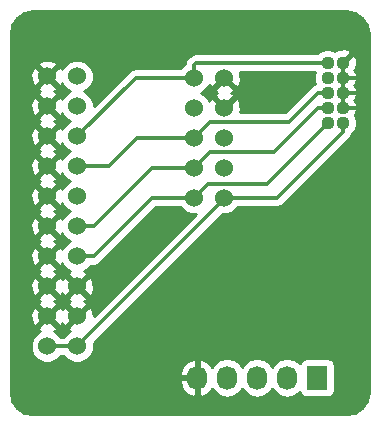
<source format=gtl>
%TF.GenerationSoftware,KiCad,Pcbnew,4.0.5-e0-6337~49~ubuntu16.04.1*%
%TF.CreationDate,2017-08-14T13:45:05-07:00*%
%TF.ProjectId,atsamd21g18-jtag-stlinkv2-adapter,617473616D6432316731382D6A746167,1.0*%
%TF.FileFunction,Copper,L1,Top,Signal*%
%FSLAX46Y46*%
G04 Gerber Fmt 4.6, Leading zero omitted, Abs format (unit mm)*
G04 Created by KiCad (PCBNEW 4.0.5-e0-6337~49~ubuntu16.04.1) date Mon Aug 14 13:45:05 2017*
%MOMM*%
%LPD*%
G01*
G04 APERTURE LIST*
%ADD10C,0.350000*%
%ADD11R,1.727200X2.032000*%
%ADD12O,1.727200X2.032000*%
%ADD13C,1.524000*%
%ADD14C,1.117600*%
%ADD15C,0.330200*%
%ADD16C,0.254000*%
%ADD17C,0.350000*%
G04 APERTURE END LIST*
D10*
D11*
X54864000Y-65125600D03*
D12*
X52324000Y-65125600D03*
X49784000Y-65125600D03*
X47244000Y-65125600D03*
X44704000Y-65125600D03*
D13*
X44450000Y-49885600D03*
X44450000Y-47345600D03*
X44450000Y-44805600D03*
X44450000Y-42265600D03*
X44450000Y-39725600D03*
X46990000Y-49885600D03*
X46990000Y-47345600D03*
X46990000Y-44805600D03*
X46990000Y-42265600D03*
X46990000Y-39725600D03*
X32004000Y-62458600D03*
X32004000Y-59918600D03*
X32004000Y-57378600D03*
X32004000Y-54838600D03*
X32004000Y-52298600D03*
X34544000Y-62458600D03*
X34544000Y-59918600D03*
X34544000Y-57378600D03*
X34544000Y-54838600D03*
X34544000Y-52298600D03*
X34544000Y-42138600D03*
X32004000Y-44678600D03*
X32004000Y-42138600D03*
X32004000Y-39598600D03*
X34544000Y-44678600D03*
X34544000Y-39598600D03*
X34544000Y-47218600D03*
X32004000Y-49758600D03*
X32004000Y-47218600D03*
X34544000Y-49758600D03*
D14*
X55753000Y-43535600D03*
X57023000Y-43535600D03*
X55753000Y-42265600D03*
X57023000Y-42265600D03*
X55753000Y-40995600D03*
X57023000Y-40995600D03*
X55753000Y-39725600D03*
X57023000Y-39725600D03*
X55753000Y-38455600D03*
X57023000Y-38455600D03*
D15*
X34544000Y-62458600D02*
X46990000Y-50012600D01*
X46990000Y-50012600D02*
X46990000Y-49885600D01*
X34544000Y-62458600D02*
X32004000Y-62458600D01*
X57023000Y-43535600D02*
X57023000Y-44361783D01*
X57023000Y-44361783D02*
X51499183Y-49885600D01*
X51499183Y-49885600D02*
X48067630Y-49885600D01*
X48067630Y-49885600D02*
X46990000Y-49885600D01*
X57023000Y-39725600D02*
X58674000Y-39725600D01*
X57023000Y-42265600D02*
X58674000Y-42265600D01*
X57023000Y-40995600D02*
X58674000Y-40995600D01*
X57023000Y-42265600D02*
X57023000Y-40995600D01*
X57023000Y-39725600D02*
X57023000Y-40995600D01*
X57023000Y-38455600D02*
X57023000Y-39725600D01*
X44450000Y-49885600D02*
X45631101Y-48704499D01*
X45631101Y-48704499D02*
X50584101Y-48704499D01*
X50584101Y-48704499D02*
X55168801Y-44119799D01*
X55168801Y-44119799D02*
X55753000Y-43535600D01*
X35941000Y-54838600D02*
X40894000Y-49885600D01*
X40894000Y-49885600D02*
X44450000Y-49885600D01*
X34544000Y-54838600D02*
X35941000Y-54838600D01*
X44450000Y-47345600D02*
X45808899Y-45986701D01*
X45808899Y-45986701D02*
X51205716Y-45986701D01*
X51205716Y-45986701D02*
X54926817Y-42265600D01*
X54926817Y-42265600D02*
X55753000Y-42265600D01*
X40894000Y-47345600D02*
X35941000Y-52298600D01*
X35941000Y-52298600D02*
X34544000Y-52298600D01*
X44450000Y-47345600D02*
X40894000Y-47345600D01*
X44642370Y-38455600D02*
X55753000Y-38455600D01*
X44450000Y-39725600D02*
X44450000Y-38647970D01*
X44450000Y-38647970D02*
X44642370Y-38455600D01*
X39497000Y-39725600D02*
X44450000Y-39725600D01*
X34544000Y-44678600D02*
X39497000Y-39725600D01*
X44450000Y-44805600D02*
X45808899Y-43446701D01*
X45808899Y-43446701D02*
X52475716Y-43446701D01*
X52475716Y-43446701D02*
X54926817Y-40995600D01*
X54926817Y-40995600D02*
X55753000Y-40995600D01*
X37211000Y-47218600D02*
X39624000Y-44805600D01*
X39624000Y-44805600D02*
X44450000Y-44805600D01*
X34544000Y-47218600D02*
X37211000Y-47218600D01*
D16*
G36*
X58098520Y-34238882D02*
X58687304Y-34632296D01*
X59080719Y-35221082D01*
X59232800Y-35985644D01*
X59232800Y-66325556D01*
X59080719Y-67090118D01*
X58687304Y-67678904D01*
X58098520Y-68072318D01*
X57333955Y-68224400D01*
X30804044Y-68224400D01*
X30039482Y-68072319D01*
X29450696Y-67678904D01*
X29057282Y-67090120D01*
X28905200Y-66325555D01*
X28905200Y-65487513D01*
X43218816Y-65487513D01*
X43412046Y-66039920D01*
X43801964Y-66476332D01*
X44329209Y-66730309D01*
X44344974Y-66732958D01*
X44577000Y-66611817D01*
X44577000Y-65252600D01*
X43363076Y-65252600D01*
X43218816Y-65487513D01*
X28905200Y-65487513D01*
X28905200Y-64763687D01*
X43218816Y-64763687D01*
X43363076Y-64998600D01*
X44577000Y-64998600D01*
X44577000Y-63639383D01*
X44831000Y-63639383D01*
X44831000Y-64998600D01*
X44851000Y-64998600D01*
X44851000Y-65252600D01*
X44831000Y-65252600D01*
X44831000Y-66611817D01*
X45063026Y-66732958D01*
X45078791Y-66730309D01*
X45606036Y-66476332D01*
X45977539Y-66060531D01*
X46184330Y-66370015D01*
X46670511Y-66694871D01*
X47244000Y-66808945D01*
X47817489Y-66694871D01*
X48303670Y-66370015D01*
X48514000Y-66055234D01*
X48724330Y-66370015D01*
X49210511Y-66694871D01*
X49784000Y-66808945D01*
X50357489Y-66694871D01*
X50843670Y-66370015D01*
X51054000Y-66055234D01*
X51264330Y-66370015D01*
X51750511Y-66694871D01*
X52324000Y-66808945D01*
X52897489Y-66694871D01*
X53383670Y-66370015D01*
X53393243Y-66355687D01*
X53397238Y-66376917D01*
X53536310Y-66593041D01*
X53748510Y-66738031D01*
X54000400Y-66789040D01*
X55727600Y-66789040D01*
X55962917Y-66744762D01*
X56179041Y-66605690D01*
X56324031Y-66393490D01*
X56375040Y-66141600D01*
X56375040Y-64109600D01*
X56330762Y-63874283D01*
X56191690Y-63658159D01*
X55979490Y-63513169D01*
X55727600Y-63462160D01*
X54000400Y-63462160D01*
X53765083Y-63506438D01*
X53548959Y-63645510D01*
X53403969Y-63857710D01*
X53395600Y-63899039D01*
X53383670Y-63881185D01*
X52897489Y-63556329D01*
X52324000Y-63442255D01*
X51750511Y-63556329D01*
X51264330Y-63881185D01*
X51054000Y-64195966D01*
X50843670Y-63881185D01*
X50357489Y-63556329D01*
X49784000Y-63442255D01*
X49210511Y-63556329D01*
X48724330Y-63881185D01*
X48514000Y-64195966D01*
X48303670Y-63881185D01*
X47817489Y-63556329D01*
X47244000Y-63442255D01*
X46670511Y-63556329D01*
X46184330Y-63881185D01*
X45977539Y-64190669D01*
X45606036Y-63774868D01*
X45078791Y-63520891D01*
X45063026Y-63518242D01*
X44831000Y-63639383D01*
X44577000Y-63639383D01*
X44344974Y-63518242D01*
X44329209Y-63520891D01*
X43801964Y-63774868D01*
X43412046Y-64211280D01*
X43218816Y-64763687D01*
X28905200Y-64763687D01*
X28905200Y-62735261D01*
X30606758Y-62735261D01*
X30818990Y-63248903D01*
X31211630Y-63642229D01*
X31724900Y-63855357D01*
X32280661Y-63855842D01*
X32794303Y-63643610D01*
X33179885Y-63258700D01*
X33368770Y-63258700D01*
X33751630Y-63642229D01*
X34264900Y-63855357D01*
X34820661Y-63855842D01*
X35334303Y-63643610D01*
X35727629Y-63250970D01*
X35940757Y-62737700D01*
X35941232Y-62192880D01*
X46851632Y-51282480D01*
X47266661Y-51282842D01*
X47780303Y-51070610D01*
X48165885Y-50685700D01*
X51499183Y-50685700D01*
X51805368Y-50624796D01*
X52064939Y-50451356D01*
X57588756Y-44927539D01*
X57762196Y-44667968D01*
X57807729Y-44439056D01*
X58034464Y-44212716D01*
X58216592Y-43774103D01*
X58217007Y-43299180D01*
X58044211Y-42880981D01*
X58076999Y-42874395D01*
X58229744Y-42424705D01*
X58198774Y-41950793D01*
X58076999Y-41656805D01*
X57946531Y-41630600D01*
X58076999Y-41604395D01*
X58229744Y-41154705D01*
X58198774Y-40680793D01*
X58076999Y-40386805D01*
X57946531Y-40360600D01*
X58076999Y-40334395D01*
X58229744Y-39884705D01*
X58198774Y-39410793D01*
X58076999Y-39116805D01*
X57946531Y-39090600D01*
X58076999Y-39064395D01*
X58229744Y-38614705D01*
X58198774Y-38140793D01*
X58076999Y-37846805D01*
X57855824Y-37802381D01*
X57202605Y-38455600D01*
X57216748Y-38469743D01*
X57166622Y-38519868D01*
X56946732Y-38534238D01*
X56946916Y-38323794D01*
X57008858Y-38261853D01*
X57023000Y-38275995D01*
X57676219Y-37622776D01*
X57631795Y-37401601D01*
X57182105Y-37248856D01*
X56708193Y-37279826D01*
X56414205Y-37401601D01*
X56407544Y-37434763D01*
X55991503Y-37262008D01*
X55516580Y-37261593D01*
X55077650Y-37442955D01*
X54864734Y-37655500D01*
X44642370Y-37655500D01*
X44336185Y-37716404D01*
X44076614Y-37889844D01*
X43884244Y-38082214D01*
X43710804Y-38341785D01*
X43672295Y-38535385D01*
X43659697Y-38540590D01*
X43274115Y-38925500D01*
X39497000Y-38925500D01*
X39190815Y-38986404D01*
X38931244Y-39159844D01*
X35940991Y-42150097D01*
X35941242Y-41861939D01*
X35729010Y-41348297D01*
X35336370Y-40954971D01*
X35128488Y-40868651D01*
X35334303Y-40783610D01*
X35727629Y-40390970D01*
X35940757Y-39877700D01*
X35941242Y-39321939D01*
X35729010Y-38808297D01*
X35336370Y-38414971D01*
X34823100Y-38201843D01*
X34267339Y-38201358D01*
X33753697Y-38413590D01*
X33360371Y-38806230D01*
X33280605Y-38998327D01*
X33226397Y-38867457D01*
X32984213Y-38797992D01*
X32183605Y-39598600D01*
X32984213Y-40399208D01*
X33226397Y-40329743D01*
X33276509Y-40189282D01*
X33358990Y-40388903D01*
X33751630Y-40782229D01*
X33959512Y-40868549D01*
X33753697Y-40953590D01*
X33360371Y-41346230D01*
X33280605Y-41538327D01*
X33226397Y-41407457D01*
X32984213Y-41337992D01*
X32183605Y-42138600D01*
X32984213Y-42939208D01*
X33226397Y-42869743D01*
X33276509Y-42729282D01*
X33358990Y-42928903D01*
X33751630Y-43322229D01*
X33959512Y-43408549D01*
X33753697Y-43493590D01*
X33360371Y-43886230D01*
X33280605Y-44078327D01*
X33226397Y-43947457D01*
X32984213Y-43877992D01*
X32183605Y-44678600D01*
X32984213Y-45479208D01*
X33226397Y-45409743D01*
X33276509Y-45269282D01*
X33358990Y-45468903D01*
X33751630Y-45862229D01*
X33959512Y-45948549D01*
X33753697Y-46033590D01*
X33360371Y-46426230D01*
X33280605Y-46618327D01*
X33226397Y-46487457D01*
X32984213Y-46417992D01*
X32183605Y-47218600D01*
X32984213Y-48019208D01*
X33226397Y-47949743D01*
X33276509Y-47809282D01*
X33358990Y-48008903D01*
X33751630Y-48402229D01*
X33959512Y-48488549D01*
X33753697Y-48573590D01*
X33360371Y-48966230D01*
X33280605Y-49158327D01*
X33226397Y-49027457D01*
X32984213Y-48957992D01*
X32183605Y-49758600D01*
X32984213Y-50559208D01*
X33226397Y-50489743D01*
X33276509Y-50349282D01*
X33358990Y-50548903D01*
X33751630Y-50942229D01*
X33959512Y-51028549D01*
X33753697Y-51113590D01*
X33360371Y-51506230D01*
X33280605Y-51698327D01*
X33226397Y-51567457D01*
X32984213Y-51497992D01*
X32183605Y-52298600D01*
X32984213Y-53099208D01*
X33226397Y-53029743D01*
X33276509Y-52889282D01*
X33358990Y-53088903D01*
X33751630Y-53482229D01*
X33959512Y-53568549D01*
X33753697Y-53653590D01*
X33360371Y-54046230D01*
X33280605Y-54238327D01*
X33226397Y-54107457D01*
X32984213Y-54037992D01*
X32183605Y-54838600D01*
X32984213Y-55639208D01*
X33226397Y-55569743D01*
X33276509Y-55429282D01*
X33358990Y-55628903D01*
X33751630Y-56022229D01*
X33943727Y-56101995D01*
X33812857Y-56156203D01*
X33743392Y-56398387D01*
X34544000Y-57198995D01*
X35344608Y-56398387D01*
X35275143Y-56156203D01*
X35134682Y-56106091D01*
X35334303Y-56023610D01*
X35719885Y-55638700D01*
X35941000Y-55638700D01*
X36247185Y-55577796D01*
X36506756Y-55404356D01*
X41225412Y-50685700D01*
X43274770Y-50685700D01*
X43657630Y-51069229D01*
X44170900Y-51282357D01*
X44588367Y-51282721D01*
X35943213Y-59927875D01*
X35925362Y-59571232D01*
X35766397Y-59187457D01*
X35524213Y-59117992D01*
X34723605Y-59918600D01*
X34737748Y-59932743D01*
X34558143Y-60112348D01*
X34544000Y-60098205D01*
X33743392Y-60898813D01*
X33812857Y-61140997D01*
X33953318Y-61191109D01*
X33753697Y-61273590D01*
X33368115Y-61658500D01*
X33179230Y-61658500D01*
X32796370Y-61274971D01*
X32604273Y-61195205D01*
X32735143Y-61140997D01*
X32804608Y-60898813D01*
X32004000Y-60098205D01*
X31203392Y-60898813D01*
X31272857Y-61140997D01*
X31413318Y-61191109D01*
X31213697Y-61273590D01*
X30820371Y-61666230D01*
X30607243Y-62179500D01*
X30606758Y-62735261D01*
X28905200Y-62735261D01*
X28905200Y-59710902D01*
X30594856Y-59710902D01*
X30622638Y-60265968D01*
X30781603Y-60649743D01*
X31023787Y-60719208D01*
X31824395Y-59918600D01*
X32183605Y-59918600D01*
X32984213Y-60719208D01*
X33226397Y-60649743D01*
X33270453Y-60526256D01*
X33321603Y-60649743D01*
X33563787Y-60719208D01*
X34364395Y-59918600D01*
X33563787Y-59117992D01*
X33321603Y-59187457D01*
X33277547Y-59310944D01*
X33226397Y-59187457D01*
X32984213Y-59117992D01*
X32183605Y-59918600D01*
X31824395Y-59918600D01*
X31023787Y-59117992D01*
X30781603Y-59187457D01*
X30594856Y-59710902D01*
X28905200Y-59710902D01*
X28905200Y-58358813D01*
X31203392Y-58358813D01*
X31272857Y-58600997D01*
X31396344Y-58645053D01*
X31272857Y-58696203D01*
X31203392Y-58938387D01*
X32004000Y-59738995D01*
X32804608Y-58938387D01*
X32735143Y-58696203D01*
X32611656Y-58652147D01*
X32735143Y-58600997D01*
X32804608Y-58358813D01*
X33743392Y-58358813D01*
X33812857Y-58600997D01*
X33936344Y-58645053D01*
X33812857Y-58696203D01*
X33743392Y-58938387D01*
X34544000Y-59738995D01*
X35344608Y-58938387D01*
X35275143Y-58696203D01*
X35151656Y-58652147D01*
X35275143Y-58600997D01*
X35344608Y-58358813D01*
X34544000Y-57558205D01*
X33743392Y-58358813D01*
X32804608Y-58358813D01*
X32004000Y-57558205D01*
X31203392Y-58358813D01*
X28905200Y-58358813D01*
X28905200Y-57170902D01*
X30594856Y-57170902D01*
X30622638Y-57725968D01*
X30781603Y-58109743D01*
X31023787Y-58179208D01*
X31824395Y-57378600D01*
X32183605Y-57378600D01*
X32984213Y-58179208D01*
X33226397Y-58109743D01*
X33270453Y-57986256D01*
X33321603Y-58109743D01*
X33563787Y-58179208D01*
X34364395Y-57378600D01*
X34723605Y-57378600D01*
X35524213Y-58179208D01*
X35766397Y-58109743D01*
X35953144Y-57586298D01*
X35925362Y-57031232D01*
X35766397Y-56647457D01*
X35524213Y-56577992D01*
X34723605Y-57378600D01*
X34364395Y-57378600D01*
X33563787Y-56577992D01*
X33321603Y-56647457D01*
X33277547Y-56770944D01*
X33226397Y-56647457D01*
X32984213Y-56577992D01*
X32183605Y-57378600D01*
X31824395Y-57378600D01*
X31023787Y-56577992D01*
X30781603Y-56647457D01*
X30594856Y-57170902D01*
X28905200Y-57170902D01*
X28905200Y-55818813D01*
X31203392Y-55818813D01*
X31272857Y-56060997D01*
X31396344Y-56105053D01*
X31272857Y-56156203D01*
X31203392Y-56398387D01*
X32004000Y-57198995D01*
X32804608Y-56398387D01*
X32735143Y-56156203D01*
X32611656Y-56112147D01*
X32735143Y-56060997D01*
X32804608Y-55818813D01*
X32004000Y-55018205D01*
X31203392Y-55818813D01*
X28905200Y-55818813D01*
X28905200Y-54630902D01*
X30594856Y-54630902D01*
X30622638Y-55185968D01*
X30781603Y-55569743D01*
X31023787Y-55639208D01*
X31824395Y-54838600D01*
X31023787Y-54037992D01*
X30781603Y-54107457D01*
X30594856Y-54630902D01*
X28905200Y-54630902D01*
X28905200Y-53278813D01*
X31203392Y-53278813D01*
X31272857Y-53520997D01*
X31396344Y-53565053D01*
X31272857Y-53616203D01*
X31203392Y-53858387D01*
X32004000Y-54658995D01*
X32804608Y-53858387D01*
X32735143Y-53616203D01*
X32611656Y-53572147D01*
X32735143Y-53520997D01*
X32804608Y-53278813D01*
X32004000Y-52478205D01*
X31203392Y-53278813D01*
X28905200Y-53278813D01*
X28905200Y-52090902D01*
X30594856Y-52090902D01*
X30622638Y-52645968D01*
X30781603Y-53029743D01*
X31023787Y-53099208D01*
X31824395Y-52298600D01*
X31023787Y-51497992D01*
X30781603Y-51567457D01*
X30594856Y-52090902D01*
X28905200Y-52090902D01*
X28905200Y-50738813D01*
X31203392Y-50738813D01*
X31272857Y-50980997D01*
X31396344Y-51025053D01*
X31272857Y-51076203D01*
X31203392Y-51318387D01*
X32004000Y-52118995D01*
X32804608Y-51318387D01*
X32735143Y-51076203D01*
X32611656Y-51032147D01*
X32735143Y-50980997D01*
X32804608Y-50738813D01*
X32004000Y-49938205D01*
X31203392Y-50738813D01*
X28905200Y-50738813D01*
X28905200Y-49550902D01*
X30594856Y-49550902D01*
X30622638Y-50105968D01*
X30781603Y-50489743D01*
X31023787Y-50559208D01*
X31824395Y-49758600D01*
X31023787Y-48957992D01*
X30781603Y-49027457D01*
X30594856Y-49550902D01*
X28905200Y-49550902D01*
X28905200Y-48198813D01*
X31203392Y-48198813D01*
X31272857Y-48440997D01*
X31396344Y-48485053D01*
X31272857Y-48536203D01*
X31203392Y-48778387D01*
X32004000Y-49578995D01*
X32804608Y-48778387D01*
X32735143Y-48536203D01*
X32611656Y-48492147D01*
X32735143Y-48440997D01*
X32804608Y-48198813D01*
X32004000Y-47398205D01*
X31203392Y-48198813D01*
X28905200Y-48198813D01*
X28905200Y-47010902D01*
X30594856Y-47010902D01*
X30622638Y-47565968D01*
X30781603Y-47949743D01*
X31023787Y-48019208D01*
X31824395Y-47218600D01*
X31023787Y-46417992D01*
X30781603Y-46487457D01*
X30594856Y-47010902D01*
X28905200Y-47010902D01*
X28905200Y-45658813D01*
X31203392Y-45658813D01*
X31272857Y-45900997D01*
X31396344Y-45945053D01*
X31272857Y-45996203D01*
X31203392Y-46238387D01*
X32004000Y-47038995D01*
X32804608Y-46238387D01*
X32735143Y-45996203D01*
X32611656Y-45952147D01*
X32735143Y-45900997D01*
X32804608Y-45658813D01*
X32004000Y-44858205D01*
X31203392Y-45658813D01*
X28905200Y-45658813D01*
X28905200Y-44470902D01*
X30594856Y-44470902D01*
X30622638Y-45025968D01*
X30781603Y-45409743D01*
X31023787Y-45479208D01*
X31824395Y-44678600D01*
X31023787Y-43877992D01*
X30781603Y-43947457D01*
X30594856Y-44470902D01*
X28905200Y-44470902D01*
X28905200Y-43118813D01*
X31203392Y-43118813D01*
X31272857Y-43360997D01*
X31396344Y-43405053D01*
X31272857Y-43456203D01*
X31203392Y-43698387D01*
X32004000Y-44498995D01*
X32804608Y-43698387D01*
X32735143Y-43456203D01*
X32611656Y-43412147D01*
X32735143Y-43360997D01*
X32804608Y-43118813D01*
X32004000Y-42318205D01*
X31203392Y-43118813D01*
X28905200Y-43118813D01*
X28905200Y-41930902D01*
X30594856Y-41930902D01*
X30622638Y-42485968D01*
X30781603Y-42869743D01*
X31023787Y-42939208D01*
X31824395Y-42138600D01*
X31023787Y-41337992D01*
X30781603Y-41407457D01*
X30594856Y-41930902D01*
X28905200Y-41930902D01*
X28905200Y-40578813D01*
X31203392Y-40578813D01*
X31272857Y-40820997D01*
X31396344Y-40865053D01*
X31272857Y-40916203D01*
X31203392Y-41158387D01*
X32004000Y-41958995D01*
X32804608Y-41158387D01*
X32735143Y-40916203D01*
X32611656Y-40872147D01*
X32735143Y-40820997D01*
X32804608Y-40578813D01*
X32004000Y-39778205D01*
X31203392Y-40578813D01*
X28905200Y-40578813D01*
X28905200Y-39390902D01*
X30594856Y-39390902D01*
X30622638Y-39945968D01*
X30781603Y-40329743D01*
X31023787Y-40399208D01*
X31824395Y-39598600D01*
X31023787Y-38797992D01*
X30781603Y-38867457D01*
X30594856Y-39390902D01*
X28905200Y-39390902D01*
X28905200Y-38618387D01*
X31203392Y-38618387D01*
X32004000Y-39418995D01*
X32804608Y-38618387D01*
X32735143Y-38376203D01*
X32211698Y-38189456D01*
X31656632Y-38217238D01*
X31272857Y-38376203D01*
X31203392Y-38618387D01*
X28905200Y-38618387D01*
X28905200Y-35985645D01*
X29057282Y-35221080D01*
X29450696Y-34632296D01*
X30039482Y-34238881D01*
X30804044Y-34086800D01*
X57333955Y-34086800D01*
X58098520Y-34238882D01*
X58098520Y-34238882D01*
G37*
X58098520Y-34238882D02*
X58687304Y-34632296D01*
X59080719Y-35221082D01*
X59232800Y-35985644D01*
X59232800Y-66325556D01*
X59080719Y-67090118D01*
X58687304Y-67678904D01*
X58098520Y-68072318D01*
X57333955Y-68224400D01*
X30804044Y-68224400D01*
X30039482Y-68072319D01*
X29450696Y-67678904D01*
X29057282Y-67090120D01*
X28905200Y-66325555D01*
X28905200Y-65487513D01*
X43218816Y-65487513D01*
X43412046Y-66039920D01*
X43801964Y-66476332D01*
X44329209Y-66730309D01*
X44344974Y-66732958D01*
X44577000Y-66611817D01*
X44577000Y-65252600D01*
X43363076Y-65252600D01*
X43218816Y-65487513D01*
X28905200Y-65487513D01*
X28905200Y-64763687D01*
X43218816Y-64763687D01*
X43363076Y-64998600D01*
X44577000Y-64998600D01*
X44577000Y-63639383D01*
X44831000Y-63639383D01*
X44831000Y-64998600D01*
X44851000Y-64998600D01*
X44851000Y-65252600D01*
X44831000Y-65252600D01*
X44831000Y-66611817D01*
X45063026Y-66732958D01*
X45078791Y-66730309D01*
X45606036Y-66476332D01*
X45977539Y-66060531D01*
X46184330Y-66370015D01*
X46670511Y-66694871D01*
X47244000Y-66808945D01*
X47817489Y-66694871D01*
X48303670Y-66370015D01*
X48514000Y-66055234D01*
X48724330Y-66370015D01*
X49210511Y-66694871D01*
X49784000Y-66808945D01*
X50357489Y-66694871D01*
X50843670Y-66370015D01*
X51054000Y-66055234D01*
X51264330Y-66370015D01*
X51750511Y-66694871D01*
X52324000Y-66808945D01*
X52897489Y-66694871D01*
X53383670Y-66370015D01*
X53393243Y-66355687D01*
X53397238Y-66376917D01*
X53536310Y-66593041D01*
X53748510Y-66738031D01*
X54000400Y-66789040D01*
X55727600Y-66789040D01*
X55962917Y-66744762D01*
X56179041Y-66605690D01*
X56324031Y-66393490D01*
X56375040Y-66141600D01*
X56375040Y-64109600D01*
X56330762Y-63874283D01*
X56191690Y-63658159D01*
X55979490Y-63513169D01*
X55727600Y-63462160D01*
X54000400Y-63462160D01*
X53765083Y-63506438D01*
X53548959Y-63645510D01*
X53403969Y-63857710D01*
X53395600Y-63899039D01*
X53383670Y-63881185D01*
X52897489Y-63556329D01*
X52324000Y-63442255D01*
X51750511Y-63556329D01*
X51264330Y-63881185D01*
X51054000Y-64195966D01*
X50843670Y-63881185D01*
X50357489Y-63556329D01*
X49784000Y-63442255D01*
X49210511Y-63556329D01*
X48724330Y-63881185D01*
X48514000Y-64195966D01*
X48303670Y-63881185D01*
X47817489Y-63556329D01*
X47244000Y-63442255D01*
X46670511Y-63556329D01*
X46184330Y-63881185D01*
X45977539Y-64190669D01*
X45606036Y-63774868D01*
X45078791Y-63520891D01*
X45063026Y-63518242D01*
X44831000Y-63639383D01*
X44577000Y-63639383D01*
X44344974Y-63518242D01*
X44329209Y-63520891D01*
X43801964Y-63774868D01*
X43412046Y-64211280D01*
X43218816Y-64763687D01*
X28905200Y-64763687D01*
X28905200Y-62735261D01*
X30606758Y-62735261D01*
X30818990Y-63248903D01*
X31211630Y-63642229D01*
X31724900Y-63855357D01*
X32280661Y-63855842D01*
X32794303Y-63643610D01*
X33179885Y-63258700D01*
X33368770Y-63258700D01*
X33751630Y-63642229D01*
X34264900Y-63855357D01*
X34820661Y-63855842D01*
X35334303Y-63643610D01*
X35727629Y-63250970D01*
X35940757Y-62737700D01*
X35941232Y-62192880D01*
X46851632Y-51282480D01*
X47266661Y-51282842D01*
X47780303Y-51070610D01*
X48165885Y-50685700D01*
X51499183Y-50685700D01*
X51805368Y-50624796D01*
X52064939Y-50451356D01*
X57588756Y-44927539D01*
X57762196Y-44667968D01*
X57807729Y-44439056D01*
X58034464Y-44212716D01*
X58216592Y-43774103D01*
X58217007Y-43299180D01*
X58044211Y-42880981D01*
X58076999Y-42874395D01*
X58229744Y-42424705D01*
X58198774Y-41950793D01*
X58076999Y-41656805D01*
X57946531Y-41630600D01*
X58076999Y-41604395D01*
X58229744Y-41154705D01*
X58198774Y-40680793D01*
X58076999Y-40386805D01*
X57946531Y-40360600D01*
X58076999Y-40334395D01*
X58229744Y-39884705D01*
X58198774Y-39410793D01*
X58076999Y-39116805D01*
X57946531Y-39090600D01*
X58076999Y-39064395D01*
X58229744Y-38614705D01*
X58198774Y-38140793D01*
X58076999Y-37846805D01*
X57855824Y-37802381D01*
X57202605Y-38455600D01*
X57216748Y-38469743D01*
X57166622Y-38519868D01*
X56946732Y-38534238D01*
X56946916Y-38323794D01*
X57008858Y-38261853D01*
X57023000Y-38275995D01*
X57676219Y-37622776D01*
X57631795Y-37401601D01*
X57182105Y-37248856D01*
X56708193Y-37279826D01*
X56414205Y-37401601D01*
X56407544Y-37434763D01*
X55991503Y-37262008D01*
X55516580Y-37261593D01*
X55077650Y-37442955D01*
X54864734Y-37655500D01*
X44642370Y-37655500D01*
X44336185Y-37716404D01*
X44076614Y-37889844D01*
X43884244Y-38082214D01*
X43710804Y-38341785D01*
X43672295Y-38535385D01*
X43659697Y-38540590D01*
X43274115Y-38925500D01*
X39497000Y-38925500D01*
X39190815Y-38986404D01*
X38931244Y-39159844D01*
X35940991Y-42150097D01*
X35941242Y-41861939D01*
X35729010Y-41348297D01*
X35336370Y-40954971D01*
X35128488Y-40868651D01*
X35334303Y-40783610D01*
X35727629Y-40390970D01*
X35940757Y-39877700D01*
X35941242Y-39321939D01*
X35729010Y-38808297D01*
X35336370Y-38414971D01*
X34823100Y-38201843D01*
X34267339Y-38201358D01*
X33753697Y-38413590D01*
X33360371Y-38806230D01*
X33280605Y-38998327D01*
X33226397Y-38867457D01*
X32984213Y-38797992D01*
X32183605Y-39598600D01*
X32984213Y-40399208D01*
X33226397Y-40329743D01*
X33276509Y-40189282D01*
X33358990Y-40388903D01*
X33751630Y-40782229D01*
X33959512Y-40868549D01*
X33753697Y-40953590D01*
X33360371Y-41346230D01*
X33280605Y-41538327D01*
X33226397Y-41407457D01*
X32984213Y-41337992D01*
X32183605Y-42138600D01*
X32984213Y-42939208D01*
X33226397Y-42869743D01*
X33276509Y-42729282D01*
X33358990Y-42928903D01*
X33751630Y-43322229D01*
X33959512Y-43408549D01*
X33753697Y-43493590D01*
X33360371Y-43886230D01*
X33280605Y-44078327D01*
X33226397Y-43947457D01*
X32984213Y-43877992D01*
X32183605Y-44678600D01*
X32984213Y-45479208D01*
X33226397Y-45409743D01*
X33276509Y-45269282D01*
X33358990Y-45468903D01*
X33751630Y-45862229D01*
X33959512Y-45948549D01*
X33753697Y-46033590D01*
X33360371Y-46426230D01*
X33280605Y-46618327D01*
X33226397Y-46487457D01*
X32984213Y-46417992D01*
X32183605Y-47218600D01*
X32984213Y-48019208D01*
X33226397Y-47949743D01*
X33276509Y-47809282D01*
X33358990Y-48008903D01*
X33751630Y-48402229D01*
X33959512Y-48488549D01*
X33753697Y-48573590D01*
X33360371Y-48966230D01*
X33280605Y-49158327D01*
X33226397Y-49027457D01*
X32984213Y-48957992D01*
X32183605Y-49758600D01*
X32984213Y-50559208D01*
X33226397Y-50489743D01*
X33276509Y-50349282D01*
X33358990Y-50548903D01*
X33751630Y-50942229D01*
X33959512Y-51028549D01*
X33753697Y-51113590D01*
X33360371Y-51506230D01*
X33280605Y-51698327D01*
X33226397Y-51567457D01*
X32984213Y-51497992D01*
X32183605Y-52298600D01*
X32984213Y-53099208D01*
X33226397Y-53029743D01*
X33276509Y-52889282D01*
X33358990Y-53088903D01*
X33751630Y-53482229D01*
X33959512Y-53568549D01*
X33753697Y-53653590D01*
X33360371Y-54046230D01*
X33280605Y-54238327D01*
X33226397Y-54107457D01*
X32984213Y-54037992D01*
X32183605Y-54838600D01*
X32984213Y-55639208D01*
X33226397Y-55569743D01*
X33276509Y-55429282D01*
X33358990Y-55628903D01*
X33751630Y-56022229D01*
X33943727Y-56101995D01*
X33812857Y-56156203D01*
X33743392Y-56398387D01*
X34544000Y-57198995D01*
X35344608Y-56398387D01*
X35275143Y-56156203D01*
X35134682Y-56106091D01*
X35334303Y-56023610D01*
X35719885Y-55638700D01*
X35941000Y-55638700D01*
X36247185Y-55577796D01*
X36506756Y-55404356D01*
X41225412Y-50685700D01*
X43274770Y-50685700D01*
X43657630Y-51069229D01*
X44170900Y-51282357D01*
X44588367Y-51282721D01*
X35943213Y-59927875D01*
X35925362Y-59571232D01*
X35766397Y-59187457D01*
X35524213Y-59117992D01*
X34723605Y-59918600D01*
X34737748Y-59932743D01*
X34558143Y-60112348D01*
X34544000Y-60098205D01*
X33743392Y-60898813D01*
X33812857Y-61140997D01*
X33953318Y-61191109D01*
X33753697Y-61273590D01*
X33368115Y-61658500D01*
X33179230Y-61658500D01*
X32796370Y-61274971D01*
X32604273Y-61195205D01*
X32735143Y-61140997D01*
X32804608Y-60898813D01*
X32004000Y-60098205D01*
X31203392Y-60898813D01*
X31272857Y-61140997D01*
X31413318Y-61191109D01*
X31213697Y-61273590D01*
X30820371Y-61666230D01*
X30607243Y-62179500D01*
X30606758Y-62735261D01*
X28905200Y-62735261D01*
X28905200Y-59710902D01*
X30594856Y-59710902D01*
X30622638Y-60265968D01*
X30781603Y-60649743D01*
X31023787Y-60719208D01*
X31824395Y-59918600D01*
X32183605Y-59918600D01*
X32984213Y-60719208D01*
X33226397Y-60649743D01*
X33270453Y-60526256D01*
X33321603Y-60649743D01*
X33563787Y-60719208D01*
X34364395Y-59918600D01*
X33563787Y-59117992D01*
X33321603Y-59187457D01*
X33277547Y-59310944D01*
X33226397Y-59187457D01*
X32984213Y-59117992D01*
X32183605Y-59918600D01*
X31824395Y-59918600D01*
X31023787Y-59117992D01*
X30781603Y-59187457D01*
X30594856Y-59710902D01*
X28905200Y-59710902D01*
X28905200Y-58358813D01*
X31203392Y-58358813D01*
X31272857Y-58600997D01*
X31396344Y-58645053D01*
X31272857Y-58696203D01*
X31203392Y-58938387D01*
X32004000Y-59738995D01*
X32804608Y-58938387D01*
X32735143Y-58696203D01*
X32611656Y-58652147D01*
X32735143Y-58600997D01*
X32804608Y-58358813D01*
X33743392Y-58358813D01*
X33812857Y-58600997D01*
X33936344Y-58645053D01*
X33812857Y-58696203D01*
X33743392Y-58938387D01*
X34544000Y-59738995D01*
X35344608Y-58938387D01*
X35275143Y-58696203D01*
X35151656Y-58652147D01*
X35275143Y-58600997D01*
X35344608Y-58358813D01*
X34544000Y-57558205D01*
X33743392Y-58358813D01*
X32804608Y-58358813D01*
X32004000Y-57558205D01*
X31203392Y-58358813D01*
X28905200Y-58358813D01*
X28905200Y-57170902D01*
X30594856Y-57170902D01*
X30622638Y-57725968D01*
X30781603Y-58109743D01*
X31023787Y-58179208D01*
X31824395Y-57378600D01*
X32183605Y-57378600D01*
X32984213Y-58179208D01*
X33226397Y-58109743D01*
X33270453Y-57986256D01*
X33321603Y-58109743D01*
X33563787Y-58179208D01*
X34364395Y-57378600D01*
X34723605Y-57378600D01*
X35524213Y-58179208D01*
X35766397Y-58109743D01*
X35953144Y-57586298D01*
X35925362Y-57031232D01*
X35766397Y-56647457D01*
X35524213Y-56577992D01*
X34723605Y-57378600D01*
X34364395Y-57378600D01*
X33563787Y-56577992D01*
X33321603Y-56647457D01*
X33277547Y-56770944D01*
X33226397Y-56647457D01*
X32984213Y-56577992D01*
X32183605Y-57378600D01*
X31824395Y-57378600D01*
X31023787Y-56577992D01*
X30781603Y-56647457D01*
X30594856Y-57170902D01*
X28905200Y-57170902D01*
X28905200Y-55818813D01*
X31203392Y-55818813D01*
X31272857Y-56060997D01*
X31396344Y-56105053D01*
X31272857Y-56156203D01*
X31203392Y-56398387D01*
X32004000Y-57198995D01*
X32804608Y-56398387D01*
X32735143Y-56156203D01*
X32611656Y-56112147D01*
X32735143Y-56060997D01*
X32804608Y-55818813D01*
X32004000Y-55018205D01*
X31203392Y-55818813D01*
X28905200Y-55818813D01*
X28905200Y-54630902D01*
X30594856Y-54630902D01*
X30622638Y-55185968D01*
X30781603Y-55569743D01*
X31023787Y-55639208D01*
X31824395Y-54838600D01*
X31023787Y-54037992D01*
X30781603Y-54107457D01*
X30594856Y-54630902D01*
X28905200Y-54630902D01*
X28905200Y-53278813D01*
X31203392Y-53278813D01*
X31272857Y-53520997D01*
X31396344Y-53565053D01*
X31272857Y-53616203D01*
X31203392Y-53858387D01*
X32004000Y-54658995D01*
X32804608Y-53858387D01*
X32735143Y-53616203D01*
X32611656Y-53572147D01*
X32735143Y-53520997D01*
X32804608Y-53278813D01*
X32004000Y-52478205D01*
X31203392Y-53278813D01*
X28905200Y-53278813D01*
X28905200Y-52090902D01*
X30594856Y-52090902D01*
X30622638Y-52645968D01*
X30781603Y-53029743D01*
X31023787Y-53099208D01*
X31824395Y-52298600D01*
X31023787Y-51497992D01*
X30781603Y-51567457D01*
X30594856Y-52090902D01*
X28905200Y-52090902D01*
X28905200Y-50738813D01*
X31203392Y-50738813D01*
X31272857Y-50980997D01*
X31396344Y-51025053D01*
X31272857Y-51076203D01*
X31203392Y-51318387D01*
X32004000Y-52118995D01*
X32804608Y-51318387D01*
X32735143Y-51076203D01*
X32611656Y-51032147D01*
X32735143Y-50980997D01*
X32804608Y-50738813D01*
X32004000Y-49938205D01*
X31203392Y-50738813D01*
X28905200Y-50738813D01*
X28905200Y-49550902D01*
X30594856Y-49550902D01*
X30622638Y-50105968D01*
X30781603Y-50489743D01*
X31023787Y-50559208D01*
X31824395Y-49758600D01*
X31023787Y-48957992D01*
X30781603Y-49027457D01*
X30594856Y-49550902D01*
X28905200Y-49550902D01*
X28905200Y-48198813D01*
X31203392Y-48198813D01*
X31272857Y-48440997D01*
X31396344Y-48485053D01*
X31272857Y-48536203D01*
X31203392Y-48778387D01*
X32004000Y-49578995D01*
X32804608Y-48778387D01*
X32735143Y-48536203D01*
X32611656Y-48492147D01*
X32735143Y-48440997D01*
X32804608Y-48198813D01*
X32004000Y-47398205D01*
X31203392Y-48198813D01*
X28905200Y-48198813D01*
X28905200Y-47010902D01*
X30594856Y-47010902D01*
X30622638Y-47565968D01*
X30781603Y-47949743D01*
X31023787Y-48019208D01*
X31824395Y-47218600D01*
X31023787Y-46417992D01*
X30781603Y-46487457D01*
X30594856Y-47010902D01*
X28905200Y-47010902D01*
X28905200Y-45658813D01*
X31203392Y-45658813D01*
X31272857Y-45900997D01*
X31396344Y-45945053D01*
X31272857Y-45996203D01*
X31203392Y-46238387D01*
X32004000Y-47038995D01*
X32804608Y-46238387D01*
X32735143Y-45996203D01*
X32611656Y-45952147D01*
X32735143Y-45900997D01*
X32804608Y-45658813D01*
X32004000Y-44858205D01*
X31203392Y-45658813D01*
X28905200Y-45658813D01*
X28905200Y-44470902D01*
X30594856Y-44470902D01*
X30622638Y-45025968D01*
X30781603Y-45409743D01*
X31023787Y-45479208D01*
X31824395Y-44678600D01*
X31023787Y-43877992D01*
X30781603Y-43947457D01*
X30594856Y-44470902D01*
X28905200Y-44470902D01*
X28905200Y-43118813D01*
X31203392Y-43118813D01*
X31272857Y-43360997D01*
X31396344Y-43405053D01*
X31272857Y-43456203D01*
X31203392Y-43698387D01*
X32004000Y-44498995D01*
X32804608Y-43698387D01*
X32735143Y-43456203D01*
X32611656Y-43412147D01*
X32735143Y-43360997D01*
X32804608Y-43118813D01*
X32004000Y-42318205D01*
X31203392Y-43118813D01*
X28905200Y-43118813D01*
X28905200Y-41930902D01*
X30594856Y-41930902D01*
X30622638Y-42485968D01*
X30781603Y-42869743D01*
X31023787Y-42939208D01*
X31824395Y-42138600D01*
X31023787Y-41337992D01*
X30781603Y-41407457D01*
X30594856Y-41930902D01*
X28905200Y-41930902D01*
X28905200Y-40578813D01*
X31203392Y-40578813D01*
X31272857Y-40820997D01*
X31396344Y-40865053D01*
X31272857Y-40916203D01*
X31203392Y-41158387D01*
X32004000Y-41958995D01*
X32804608Y-41158387D01*
X32735143Y-40916203D01*
X32611656Y-40872147D01*
X32735143Y-40820997D01*
X32804608Y-40578813D01*
X32004000Y-39778205D01*
X31203392Y-40578813D01*
X28905200Y-40578813D01*
X28905200Y-39390902D01*
X30594856Y-39390902D01*
X30622638Y-39945968D01*
X30781603Y-40329743D01*
X31023787Y-40399208D01*
X31824395Y-39598600D01*
X31023787Y-38797992D01*
X30781603Y-38867457D01*
X30594856Y-39390902D01*
X28905200Y-39390902D01*
X28905200Y-38618387D01*
X31203392Y-38618387D01*
X32004000Y-39418995D01*
X32804608Y-38618387D01*
X32735143Y-38376203D01*
X32211698Y-38189456D01*
X31656632Y-38217238D01*
X31272857Y-38376203D01*
X31203392Y-38618387D01*
X28905200Y-38618387D01*
X28905200Y-35985645D01*
X29057282Y-35221080D01*
X29450696Y-34632296D01*
X30039482Y-34238881D01*
X30804044Y-34086800D01*
X57333955Y-34086800D01*
X58098520Y-34238882D01*
G36*
X47183748Y-47331458D02*
X47169605Y-47345600D01*
X47183748Y-47359743D01*
X47004143Y-47539348D01*
X46990000Y-47525205D01*
X46975858Y-47539348D01*
X46796253Y-47359743D01*
X46810395Y-47345600D01*
X46796253Y-47331458D01*
X46975858Y-47151853D01*
X46990000Y-47165995D01*
X47004143Y-47151853D01*
X47183748Y-47331458D01*
X47183748Y-47331458D01*
G37*
X47183748Y-47331458D02*
X47169605Y-47345600D01*
X47183748Y-47359743D01*
X47004143Y-47539348D01*
X46990000Y-47525205D01*
X46975858Y-47539348D01*
X46796253Y-47359743D01*
X46810395Y-47345600D01*
X46796253Y-47331458D01*
X46975858Y-47151853D01*
X46990000Y-47165995D01*
X47004143Y-47151853D01*
X47183748Y-47331458D01*
G36*
X47183748Y-44791458D02*
X47169605Y-44805600D01*
X47183748Y-44819743D01*
X47004143Y-44999348D01*
X46990000Y-44985205D01*
X46975858Y-44999348D01*
X46796253Y-44819743D01*
X46810395Y-44805600D01*
X46796253Y-44791458D01*
X46975858Y-44611853D01*
X46990000Y-44625995D01*
X47004143Y-44611853D01*
X47183748Y-44791458D01*
X47183748Y-44791458D01*
G37*
X47183748Y-44791458D02*
X47169605Y-44805600D01*
X47183748Y-44819743D01*
X47004143Y-44999348D01*
X46990000Y-44985205D01*
X46975858Y-44999348D01*
X46796253Y-44819743D01*
X46810395Y-44805600D01*
X46796253Y-44791458D01*
X46975858Y-44611853D01*
X46990000Y-44625995D01*
X47004143Y-44611853D01*
X47183748Y-44791458D01*
G36*
X54559408Y-39487097D02*
X54558993Y-39962020D01*
X54676073Y-40245376D01*
X54620632Y-40256404D01*
X54361061Y-40429844D01*
X52144304Y-42646601D01*
X48337316Y-42646601D01*
X48399144Y-42473298D01*
X48371362Y-41918232D01*
X48212397Y-41534457D01*
X47970213Y-41464992D01*
X47169605Y-42265600D01*
X47183748Y-42279743D01*
X47004143Y-42459348D01*
X46990000Y-42445205D01*
X46975858Y-42459348D01*
X46796253Y-42279743D01*
X46810395Y-42265600D01*
X46009787Y-41464992D01*
X45767603Y-41534457D01*
X45717491Y-41674918D01*
X45635010Y-41475297D01*
X45242370Y-41081971D01*
X45034488Y-40995651D01*
X45240303Y-40910610D01*
X45445457Y-40705813D01*
X46189392Y-40705813D01*
X46258857Y-40947997D01*
X46382344Y-40992053D01*
X46258857Y-41043203D01*
X46189392Y-41285387D01*
X46990000Y-42085995D01*
X47790608Y-41285387D01*
X47721143Y-41043203D01*
X47597656Y-40999147D01*
X47721143Y-40947997D01*
X47790608Y-40705813D01*
X46990000Y-39905205D01*
X46189392Y-40705813D01*
X45445457Y-40705813D01*
X45633629Y-40517970D01*
X45713395Y-40325873D01*
X45767603Y-40456743D01*
X46009787Y-40526208D01*
X46810395Y-39725600D01*
X46796253Y-39711458D01*
X46975858Y-39531853D01*
X46990000Y-39545995D01*
X47004143Y-39531853D01*
X47183748Y-39711458D01*
X47169605Y-39725600D01*
X47970213Y-40526208D01*
X48212397Y-40456743D01*
X48399144Y-39933298D01*
X48371362Y-39378232D01*
X48320608Y-39255700D01*
X54655492Y-39255700D01*
X54559408Y-39487097D01*
X54559408Y-39487097D01*
G37*
X54559408Y-39487097D02*
X54558993Y-39962020D01*
X54676073Y-40245376D01*
X54620632Y-40256404D01*
X54361061Y-40429844D01*
X52144304Y-42646601D01*
X48337316Y-42646601D01*
X48399144Y-42473298D01*
X48371362Y-41918232D01*
X48212397Y-41534457D01*
X47970213Y-41464992D01*
X47169605Y-42265600D01*
X47183748Y-42279743D01*
X47004143Y-42459348D01*
X46990000Y-42445205D01*
X46975858Y-42459348D01*
X46796253Y-42279743D01*
X46810395Y-42265600D01*
X46009787Y-41464992D01*
X45767603Y-41534457D01*
X45717491Y-41674918D01*
X45635010Y-41475297D01*
X45242370Y-41081971D01*
X45034488Y-40995651D01*
X45240303Y-40910610D01*
X45445457Y-40705813D01*
X46189392Y-40705813D01*
X46258857Y-40947997D01*
X46382344Y-40992053D01*
X46258857Y-41043203D01*
X46189392Y-41285387D01*
X46990000Y-42085995D01*
X47790608Y-41285387D01*
X47721143Y-41043203D01*
X47597656Y-40999147D01*
X47721143Y-40947997D01*
X47790608Y-40705813D01*
X46990000Y-39905205D01*
X46189392Y-40705813D01*
X45445457Y-40705813D01*
X45633629Y-40517970D01*
X45713395Y-40325873D01*
X45767603Y-40456743D01*
X46009787Y-40526208D01*
X46810395Y-39725600D01*
X46796253Y-39711458D01*
X46975858Y-39531853D01*
X46990000Y-39545995D01*
X47004143Y-39531853D01*
X47183748Y-39711458D01*
X47169605Y-39725600D01*
X47970213Y-40526208D01*
X48212397Y-40456743D01*
X48399144Y-39933298D01*
X48371362Y-39378232D01*
X48320608Y-39255700D01*
X54655492Y-39255700D01*
X54559408Y-39487097D01*
G36*
X57216748Y-42251458D02*
X57202605Y-42265600D01*
X57216748Y-42279743D01*
X57154575Y-42341915D01*
X56946734Y-42341733D01*
X56946860Y-42196922D01*
X57149002Y-42183712D01*
X57216748Y-42251458D01*
X57216748Y-42251458D01*
G37*
X57216748Y-42251458D02*
X57202605Y-42265600D01*
X57216748Y-42279743D01*
X57154575Y-42341915D01*
X56946734Y-42341733D01*
X56946860Y-42196922D01*
X57149002Y-42183712D01*
X57216748Y-42251458D01*
G36*
X57216748Y-40981458D02*
X57202605Y-40995600D01*
X57216748Y-41009743D01*
X57166622Y-41059868D01*
X56946732Y-41074238D01*
X56946860Y-40926922D01*
X57149002Y-40913712D01*
X57216748Y-40981458D01*
X57216748Y-40981458D01*
G37*
X57216748Y-40981458D02*
X57202605Y-40995600D01*
X57216748Y-41009743D01*
X57166622Y-41059868D01*
X56946732Y-41074238D01*
X56946860Y-40926922D01*
X57149002Y-40913712D01*
X57216748Y-40981458D01*
G36*
X57216748Y-39711458D02*
X57202605Y-39725600D01*
X57216748Y-39739743D01*
X57166622Y-39789868D01*
X56946732Y-39804238D01*
X56946860Y-39656922D01*
X57149002Y-39643712D01*
X57216748Y-39711458D01*
X57216748Y-39711458D01*
G37*
X57216748Y-39711458D02*
X57202605Y-39725600D01*
X57216748Y-39739743D01*
X57166622Y-39789868D01*
X56946732Y-39804238D01*
X56946860Y-39656922D01*
X57149002Y-39643712D01*
X57216748Y-39711458D01*
D17*
X54864000Y-65125600D03*
X52324000Y-65125600D03*
X49784000Y-65125600D03*
X47244000Y-65125600D03*
X44704000Y-65125600D03*
X44450000Y-49885600D03*
X44450000Y-47345600D03*
X44450000Y-44805600D03*
X44450000Y-42265600D03*
X44450000Y-39725600D03*
X46990000Y-49885600D03*
X46990000Y-47345600D03*
X46990000Y-44805600D03*
X46990000Y-42265600D03*
X46990000Y-39725600D03*
X32004000Y-62458600D03*
X32004000Y-59918600D03*
X32004000Y-57378600D03*
X32004000Y-54838600D03*
X32004000Y-52298600D03*
X34544000Y-62458600D03*
X34544000Y-59918600D03*
X34544000Y-57378600D03*
X34544000Y-54838600D03*
X34544000Y-52298600D03*
X34544000Y-42138600D03*
X32004000Y-44678600D03*
X32004000Y-42138600D03*
X32004000Y-39598600D03*
X34544000Y-44678600D03*
X34544000Y-39598600D03*
X34544000Y-47218600D03*
X32004000Y-49758600D03*
X32004000Y-47218600D03*
X34544000Y-49758600D03*
X55753000Y-43535600D03*
X57023000Y-43535600D03*
X55753000Y-42265600D03*
X57023000Y-42265600D03*
X55753000Y-40995600D03*
X57023000Y-40995600D03*
X55753000Y-39725600D03*
X57023000Y-39725600D03*
X55753000Y-38455600D03*
X57023000Y-38455600D03*
M02*

</source>
